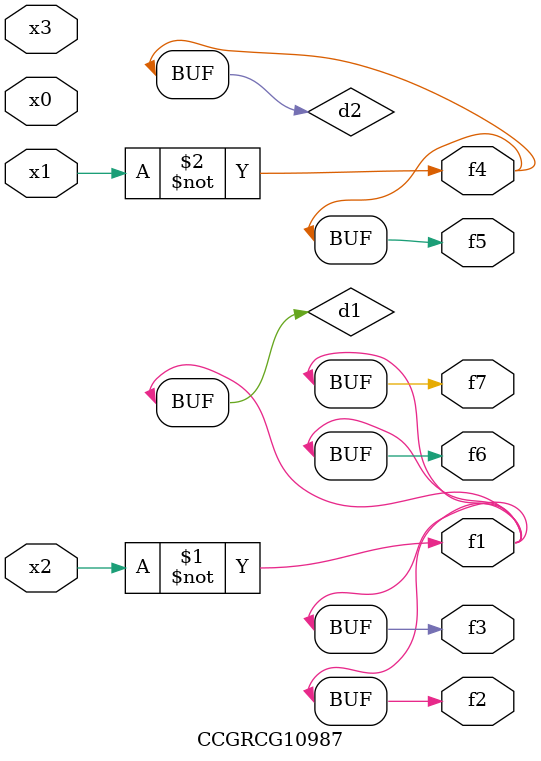
<source format=v>
module CCGRCG10987(
	input x0, x1, x2, x3,
	output f1, f2, f3, f4, f5, f6, f7
);

	wire d1, d2;

	xnor (d1, x2);
	not (d2, x1);
	assign f1 = d1;
	assign f2 = d1;
	assign f3 = d1;
	assign f4 = d2;
	assign f5 = d2;
	assign f6 = d1;
	assign f7 = d1;
endmodule

</source>
